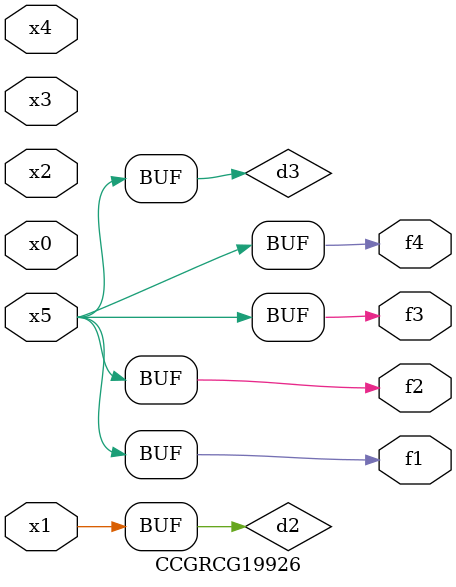
<source format=v>
module CCGRCG19926(
	input x0, x1, x2, x3, x4, x5,
	output f1, f2, f3, f4
);

	wire d1, d2, d3;

	not (d1, x5);
	or (d2, x1);
	xnor (d3, d1);
	assign f1 = d3;
	assign f2 = d3;
	assign f3 = d3;
	assign f4 = d3;
endmodule

</source>
